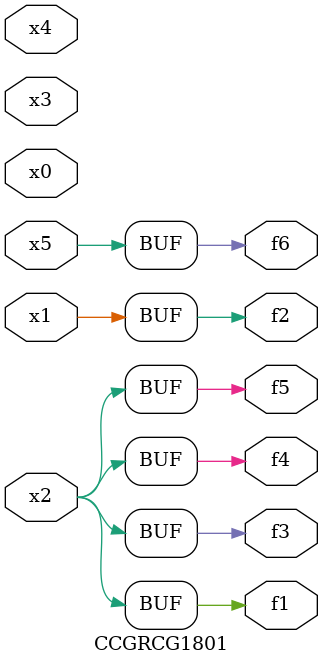
<source format=v>
module CCGRCG1801(
	input x0, x1, x2, x3, x4, x5,
	output f1, f2, f3, f4, f5, f6
);
	assign f1 = x2;
	assign f2 = x1;
	assign f3 = x2;
	assign f4 = x2;
	assign f5 = x2;
	assign f6 = x5;
endmodule

</source>
